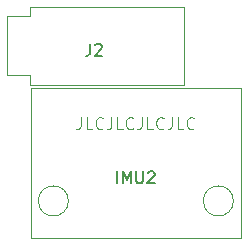
<source format=gto>
G04 #@! TF.GenerationSoftware,KiCad,Pcbnew,9.0.2*
G04 #@! TF.CreationDate,2025-07-09T02:52:23-04:00*
G04 #@! TF.ProjectId,FBT,4642542e-6b69-4636-9164-5f7063625858,rev?*
G04 #@! TF.SameCoordinates,Original*
G04 #@! TF.FileFunction,Legend,Top*
G04 #@! TF.FilePolarity,Positive*
%FSLAX46Y46*%
G04 Gerber Fmt 4.6, Leading zero omitted, Abs format (unit mm)*
G04 Created by KiCad (PCBNEW 9.0.2) date 2025-07-09 02:52:23*
%MOMM*%
%LPD*%
G01*
G04 APERTURE LIST*
%ADD10C,0.100000*%
%ADD11C,0.150000*%
%ADD12C,0.120000*%
G04 APERTURE END LIST*
D10*
X169989598Y-119272419D02*
X169989598Y-119986704D01*
X169989598Y-119986704D02*
X169941979Y-120129561D01*
X169941979Y-120129561D02*
X169846741Y-120224800D01*
X169846741Y-120224800D02*
X169703884Y-120272419D01*
X169703884Y-120272419D02*
X169608646Y-120272419D01*
X170941979Y-120272419D02*
X170465789Y-120272419D01*
X170465789Y-120272419D02*
X170465789Y-119272419D01*
X171846741Y-120177180D02*
X171799122Y-120224800D01*
X171799122Y-120224800D02*
X171656265Y-120272419D01*
X171656265Y-120272419D02*
X171561027Y-120272419D01*
X171561027Y-120272419D02*
X171418170Y-120224800D01*
X171418170Y-120224800D02*
X171322932Y-120129561D01*
X171322932Y-120129561D02*
X171275313Y-120034323D01*
X171275313Y-120034323D02*
X171227694Y-119843847D01*
X171227694Y-119843847D02*
X171227694Y-119700990D01*
X171227694Y-119700990D02*
X171275313Y-119510514D01*
X171275313Y-119510514D02*
X171322932Y-119415276D01*
X171322932Y-119415276D02*
X171418170Y-119320038D01*
X171418170Y-119320038D02*
X171561027Y-119272419D01*
X171561027Y-119272419D02*
X171656265Y-119272419D01*
X171656265Y-119272419D02*
X171799122Y-119320038D01*
X171799122Y-119320038D02*
X171846741Y-119367657D01*
X172561027Y-119272419D02*
X172561027Y-119986704D01*
X172561027Y-119986704D02*
X172513408Y-120129561D01*
X172513408Y-120129561D02*
X172418170Y-120224800D01*
X172418170Y-120224800D02*
X172275313Y-120272419D01*
X172275313Y-120272419D02*
X172180075Y-120272419D01*
X173513408Y-120272419D02*
X173037218Y-120272419D01*
X173037218Y-120272419D02*
X173037218Y-119272419D01*
X174418170Y-120177180D02*
X174370551Y-120224800D01*
X174370551Y-120224800D02*
X174227694Y-120272419D01*
X174227694Y-120272419D02*
X174132456Y-120272419D01*
X174132456Y-120272419D02*
X173989599Y-120224800D01*
X173989599Y-120224800D02*
X173894361Y-120129561D01*
X173894361Y-120129561D02*
X173846742Y-120034323D01*
X173846742Y-120034323D02*
X173799123Y-119843847D01*
X173799123Y-119843847D02*
X173799123Y-119700990D01*
X173799123Y-119700990D02*
X173846742Y-119510514D01*
X173846742Y-119510514D02*
X173894361Y-119415276D01*
X173894361Y-119415276D02*
X173989599Y-119320038D01*
X173989599Y-119320038D02*
X174132456Y-119272419D01*
X174132456Y-119272419D02*
X174227694Y-119272419D01*
X174227694Y-119272419D02*
X174370551Y-119320038D01*
X174370551Y-119320038D02*
X174418170Y-119367657D01*
X175132456Y-119272419D02*
X175132456Y-119986704D01*
X175132456Y-119986704D02*
X175084837Y-120129561D01*
X175084837Y-120129561D02*
X174989599Y-120224800D01*
X174989599Y-120224800D02*
X174846742Y-120272419D01*
X174846742Y-120272419D02*
X174751504Y-120272419D01*
X176084837Y-120272419D02*
X175608647Y-120272419D01*
X175608647Y-120272419D02*
X175608647Y-119272419D01*
X176989599Y-120177180D02*
X176941980Y-120224800D01*
X176941980Y-120224800D02*
X176799123Y-120272419D01*
X176799123Y-120272419D02*
X176703885Y-120272419D01*
X176703885Y-120272419D02*
X176561028Y-120224800D01*
X176561028Y-120224800D02*
X176465790Y-120129561D01*
X176465790Y-120129561D02*
X176418171Y-120034323D01*
X176418171Y-120034323D02*
X176370552Y-119843847D01*
X176370552Y-119843847D02*
X176370552Y-119700990D01*
X176370552Y-119700990D02*
X176418171Y-119510514D01*
X176418171Y-119510514D02*
X176465790Y-119415276D01*
X176465790Y-119415276D02*
X176561028Y-119320038D01*
X176561028Y-119320038D02*
X176703885Y-119272419D01*
X176703885Y-119272419D02*
X176799123Y-119272419D01*
X176799123Y-119272419D02*
X176941980Y-119320038D01*
X176941980Y-119320038D02*
X176989599Y-119367657D01*
X177703885Y-119272419D02*
X177703885Y-119986704D01*
X177703885Y-119986704D02*
X177656266Y-120129561D01*
X177656266Y-120129561D02*
X177561028Y-120224800D01*
X177561028Y-120224800D02*
X177418171Y-120272419D01*
X177418171Y-120272419D02*
X177322933Y-120272419D01*
X178656266Y-120272419D02*
X178180076Y-120272419D01*
X178180076Y-120272419D02*
X178180076Y-119272419D01*
X179561028Y-120177180D02*
X179513409Y-120224800D01*
X179513409Y-120224800D02*
X179370552Y-120272419D01*
X179370552Y-120272419D02*
X179275314Y-120272419D01*
X179275314Y-120272419D02*
X179132457Y-120224800D01*
X179132457Y-120224800D02*
X179037219Y-120129561D01*
X179037219Y-120129561D02*
X178989600Y-120034323D01*
X178989600Y-120034323D02*
X178941981Y-119843847D01*
X178941981Y-119843847D02*
X178941981Y-119700990D01*
X178941981Y-119700990D02*
X178989600Y-119510514D01*
X178989600Y-119510514D02*
X179037219Y-119415276D01*
X179037219Y-119415276D02*
X179132457Y-119320038D01*
X179132457Y-119320038D02*
X179275314Y-119272419D01*
X179275314Y-119272419D02*
X179370552Y-119272419D01*
X179370552Y-119272419D02*
X179513409Y-119320038D01*
X179513409Y-119320038D02*
X179561028Y-119367657D01*
D11*
X170766666Y-113054819D02*
X170766666Y-113769104D01*
X170766666Y-113769104D02*
X170719047Y-113911961D01*
X170719047Y-113911961D02*
X170623809Y-114007200D01*
X170623809Y-114007200D02*
X170480952Y-114054819D01*
X170480952Y-114054819D02*
X170385714Y-114054819D01*
X171195238Y-113150057D02*
X171242857Y-113102438D01*
X171242857Y-113102438D02*
X171338095Y-113054819D01*
X171338095Y-113054819D02*
X171576190Y-113054819D01*
X171576190Y-113054819D02*
X171671428Y-113102438D01*
X171671428Y-113102438D02*
X171719047Y-113150057D01*
X171719047Y-113150057D02*
X171766666Y-113245295D01*
X171766666Y-113245295D02*
X171766666Y-113340533D01*
X171766666Y-113340533D02*
X171719047Y-113483390D01*
X171719047Y-113483390D02*
X171147619Y-114054819D01*
X171147619Y-114054819D02*
X171766666Y-114054819D01*
X173048572Y-124854819D02*
X173048572Y-123854819D01*
X173524762Y-124854819D02*
X173524762Y-123854819D01*
X173524762Y-123854819D02*
X173858095Y-124569104D01*
X173858095Y-124569104D02*
X174191428Y-123854819D01*
X174191428Y-123854819D02*
X174191428Y-124854819D01*
X174667619Y-123854819D02*
X174667619Y-124664342D01*
X174667619Y-124664342D02*
X174715238Y-124759580D01*
X174715238Y-124759580D02*
X174762857Y-124807200D01*
X174762857Y-124807200D02*
X174858095Y-124854819D01*
X174858095Y-124854819D02*
X175048571Y-124854819D01*
X175048571Y-124854819D02*
X175143809Y-124807200D01*
X175143809Y-124807200D02*
X175191428Y-124759580D01*
X175191428Y-124759580D02*
X175239047Y-124664342D01*
X175239047Y-124664342D02*
X175239047Y-123854819D01*
X175667619Y-123950057D02*
X175715238Y-123902438D01*
X175715238Y-123902438D02*
X175810476Y-123854819D01*
X175810476Y-123854819D02*
X176048571Y-123854819D01*
X176048571Y-123854819D02*
X176143809Y-123902438D01*
X176143809Y-123902438D02*
X176191428Y-123950057D01*
X176191428Y-123950057D02*
X176239047Y-124045295D01*
X176239047Y-124045295D02*
X176239047Y-124140533D01*
X176239047Y-124140533D02*
X176191428Y-124283390D01*
X176191428Y-124283390D02*
X175620000Y-124854819D01*
X175620000Y-124854819D02*
X176239047Y-124854819D01*
D12*
X163700000Y-110700000D02*
X165700000Y-110700000D01*
X163700000Y-111000000D02*
X163700000Y-110700000D01*
X163700000Y-111000000D02*
X163700000Y-115700000D01*
X163700000Y-115700000D02*
X165700000Y-115700000D01*
X165700000Y-109900000D02*
X178700000Y-109900000D01*
X165700000Y-110700000D02*
X165700000Y-109900000D01*
X165700000Y-115700000D02*
X165700000Y-116500000D01*
X165700000Y-116500000D02*
X178700000Y-116500000D01*
X178700000Y-109900000D02*
X178700000Y-116500000D01*
X183530000Y-116830000D02*
X165750000Y-116830000D01*
X165750000Y-129530000D01*
X183530000Y-129530000D01*
X183530000Y-116830000D01*
X168925000Y-126355000D02*
G75*
G02*
X166385000Y-126355000I-1270000J0D01*
G01*
X166385000Y-126355000D02*
G75*
G02*
X168925000Y-126355000I1270000J0D01*
G01*
X182895000Y-126355000D02*
G75*
G02*
X180355000Y-126355000I-1270000J0D01*
G01*
X180355000Y-126355000D02*
G75*
G02*
X182895000Y-126355000I1270000J0D01*
G01*
M02*

</source>
